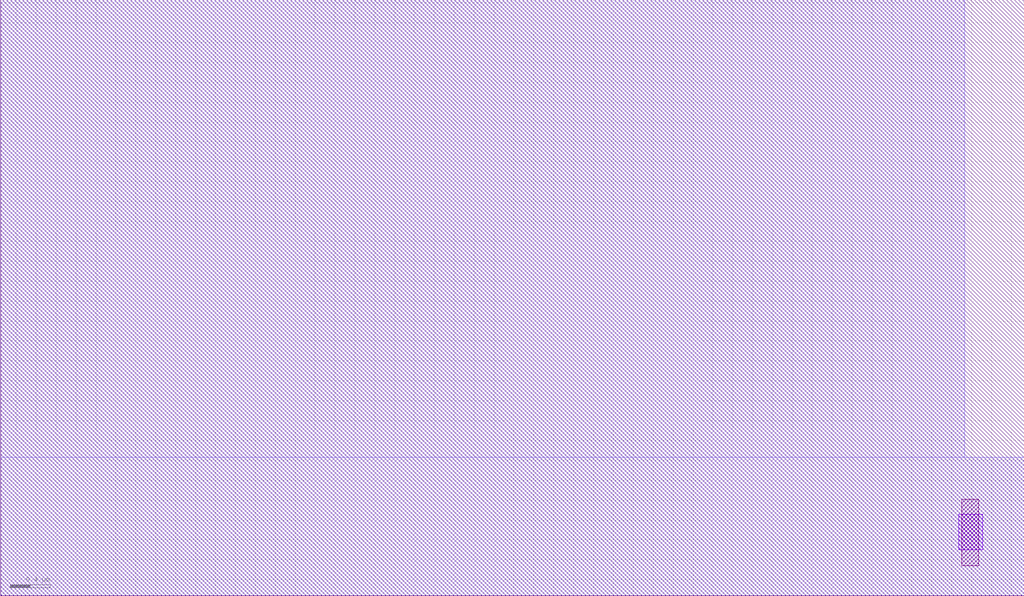
<source format=lef>
VERSION 5.7 ;
  NOWIREEXTENSIONATPIN ON ;
  DIVIDERCHAR "/" ;
  BUSBITCHARS "[]" ;
UNITS
  DATABASE MICRONS 200 ;
END UNITS

LAYER via2
  TYPE CUT ;
END via2

LAYER via
  TYPE CUT ;
END via

LAYER nwell
  TYPE MASTERSLICE ;
END nwell

LAYER via3
  TYPE CUT ;
END via3

LAYER pwell
  TYPE MASTERSLICE ;
END pwell

LAYER via4
  TYPE CUT ;
END via4

LAYER mcon
  TYPE CUT ;
END mcon

LAYER met6
  TYPE ROUTING ;
  WIDTH 0.030000 ;
  SPACING 0.040000 ;
  DIRECTION HORIZONTAL ;
END met6

LAYER met1
  TYPE ROUTING ;
  WIDTH 0.140000 ;
  SPACING 0.140000 ;
  DIRECTION HORIZONTAL ;
END met1

LAYER met3
  TYPE ROUTING ;
  WIDTH 0.300000 ;
  SPACING 0.300000 ;
  DIRECTION HORIZONTAL ;
END met3

LAYER met2
  TYPE ROUTING ;
  WIDTH 0.140000 ;
  SPACING 0.140000 ;
  DIRECTION HORIZONTAL ;
END met2

LAYER met4
  TYPE ROUTING ;
  WIDTH 0.300000 ;
  SPACING 0.300000 ;
  DIRECTION HORIZONTAL ;
END met4

LAYER met5
  TYPE ROUTING ;
  WIDTH 1.600000 ;
  SPACING 1.600000 ;
  DIRECTION HORIZONTAL ;
END met5

LAYER li1
  TYPE ROUTING ;
  WIDTH 0.170000 ;
  SPACING 0.170000 ;
  DIRECTION HORIZONTAL ;
END li1

MACRO sky130_hilas_FGHugeVaractorCapacitor01
  CLASS BLOCK ;
  FOREIGN sky130_hilas_FGHugeVaractorCapacitor01 ;
  ORIGIN 5.560 8.160 ;
  SIZE 10.290 BY 5.990 ;
  OBS
      LAYER nwell ;
        RECT -5.560 -6.770 4.130 -2.170 ;
        RECT -5.560 -8.160 4.730 -6.770 ;
      LAYER li1 ;
        RECT 4.100 -7.860 4.270 -7.190 ;
      LAYER met1 ;
        RECT 4.070 -7.700 4.310 -7.340 ;
  END
END sky130_hilas_FGHugeVaractorCapacitor01
END LIBRARY


</source>
